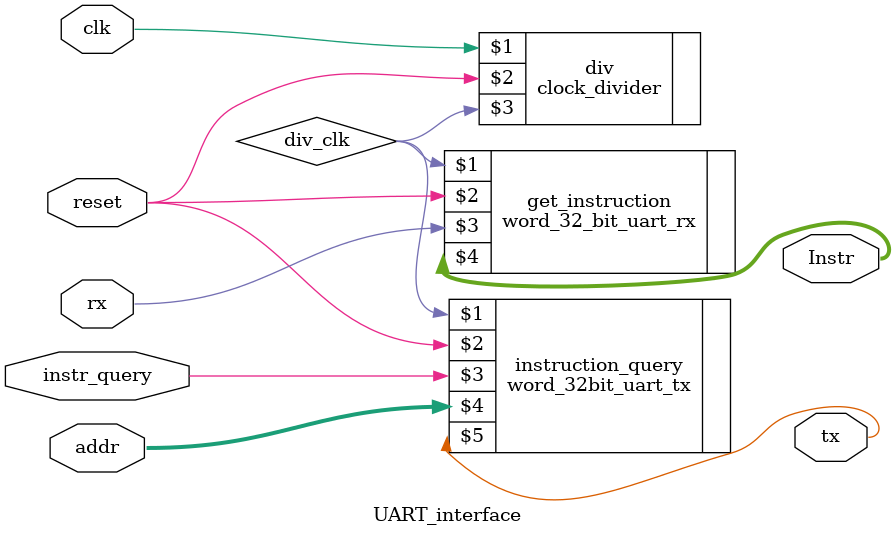
<source format=sv>
`timescale 1ns / 1ps


module UART_interface(
    input logic clk,reset,
    input logic instr_query,
    input logic [31:0] addr,
    input logic rx,
    output logic tx,
    output logic [31:0] Instr
    );
    
    logic div_clk;
    
    clock_divider #(163) div(clk,reset, div_clk);
    
    word_32bit_uart_tx instruction_query(div_clk,reset,instr_query,addr,tx);
    
    word_32_bit_uart_rx get_instruction(div_clk,reset,rx,Instr); 
    
endmodule

</source>
